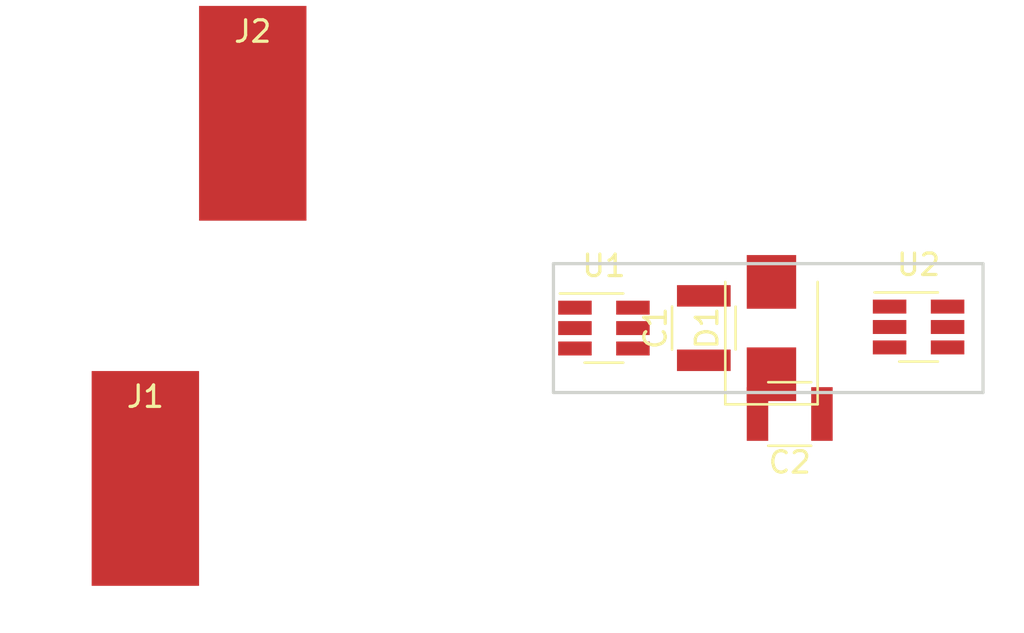
<source format=kicad_pcb>
(kicad_pcb (version 20171130) (host pcbnew "(5.0.0)")

  (general
    (thickness 1.6)
    (drawings 4)
    (tracks 0)
    (zones 0)
    (modules 7)
    (nets 9)
  )

  (page A4)
  (layers
    (0 F.Cu signal)
    (31 B.Cu signal)
    (32 B.Adhes user)
    (33 F.Adhes user)
    (34 B.Paste user)
    (35 F.Paste user)
    (36 B.SilkS user)
    (37 F.SilkS user)
    (38 B.Mask user)
    (39 F.Mask user)
    (40 Dwgs.User user)
    (41 Cmts.User user)
    (42 Eco1.User user)
    (43 Eco2.User user)
    (44 Edge.Cuts user)
    (45 Margin user)
    (46 B.CrtYd user)
    (47 F.CrtYd user)
    (48 B.Fab user)
    (49 F.Fab user)
  )

  (setup
    (last_trace_width 0.25)
    (trace_clearance 0.2)
    (zone_clearance 0.508)
    (zone_45_only no)
    (trace_min 0.2)
    (segment_width 0.2)
    (edge_width 0.15)
    (via_size 0.8)
    (via_drill 0.4)
    (via_min_size 0.4)
    (via_min_drill 0.3)
    (uvia_size 0.3)
    (uvia_drill 0.1)
    (uvias_allowed no)
    (uvia_min_size 0.2)
    (uvia_min_drill 0.1)
    (pcb_text_width 0.3)
    (pcb_text_size 1.5 1.5)
    (mod_edge_width 0.15)
    (mod_text_size 1 1)
    (mod_text_width 0.15)
    (pad_size 1.524 1.524)
    (pad_drill 0.762)
    (pad_to_mask_clearance 0.2)
    (aux_axis_origin 0 0)
    (visible_elements 7FFFFFFF)
    (pcbplotparams
      (layerselection 0x010fc_ffffffff)
      (usegerberextensions false)
      (usegerberattributes false)
      (usegerberadvancedattributes false)
      (creategerberjobfile false)
      (excludeedgelayer true)
      (linewidth 0.100000)
      (plotframeref false)
      (viasonmask false)
      (mode 1)
      (useauxorigin false)
      (hpglpennumber 1)
      (hpglpenspeed 20)
      (hpglpendiameter 15.000000)
      (psnegative false)
      (psa4output false)
      (plotreference true)
      (plotvalue true)
      (plotinvisibletext false)
      (padsonsilk false)
      (subtractmaskfromsilk false)
      (outputformat 1)
      (mirror false)
      (drillshape 1)
      (scaleselection 1)
      (outputdirectory ""))
  )

  (net 0 "")
  (net 1 /GND_High_Side)
  (net 2 /15V_High_Side)
  (net 3 +15V)
  (net 4 GND)
  (net 5 /High_Side_Input)
  (net 6 /Low_Side_Input)
  (net 7 /High_Side_MOSFET_Gate)
  (net 8 /Low_Side_MOSFET_Gate)

  (net_class Default "Ceci est la Netclass par défaut."
    (clearance 0.2)
    (trace_width 0.25)
    (via_dia 0.8)
    (via_drill 0.4)
    (uvia_dia 0.3)
    (uvia_drill 0.1)
    (add_net +15V)
    (add_net /15V_High_Side)
    (add_net /GND_High_Side)
    (add_net /High_Side_Input)
    (add_net /High_Side_MOSFET_Gate)
    (add_net /Low_Side_Input)
    (add_net /Low_Side_MOSFET_Gate)
    (add_net GND)
  )

  (module Capacitors_SMD:C_1210 (layer F.Cu) (tedit 58AA84E2) (tstamp 5B5B26E4)
    (at 142 90 90)
    (descr "Capacitor SMD 1210, reflow soldering, AVX (see smccp.pdf)")
    (tags "capacitor 1210")
    (path /5B5B1C37)
    (attr smd)
    (fp_text reference C1 (at 0 -2.25 90) (layer F.SilkS)
      (effects (font (size 1 1) (thickness 0.15)))
    )
    (fp_text value C (at 0 2.5 90) (layer F.Fab)
      (effects (font (size 1 1) (thickness 0.15)))
    )
    (fp_line (start 2.25 1.5) (end -2.25 1.5) (layer F.CrtYd) (width 0.05))
    (fp_line (start 2.25 1.5) (end 2.25 -1.5) (layer F.CrtYd) (width 0.05))
    (fp_line (start -2.25 -1.5) (end -2.25 1.5) (layer F.CrtYd) (width 0.05))
    (fp_line (start -2.25 -1.5) (end 2.25 -1.5) (layer F.CrtYd) (width 0.05))
    (fp_line (start -1 1.48) (end 1 1.48) (layer F.SilkS) (width 0.12))
    (fp_line (start 1 -1.48) (end -1 -1.48) (layer F.SilkS) (width 0.12))
    (fp_line (start -1.6 -1.25) (end 1.6 -1.25) (layer F.Fab) (width 0.1))
    (fp_line (start 1.6 -1.25) (end 1.6 1.25) (layer F.Fab) (width 0.1))
    (fp_line (start 1.6 1.25) (end -1.6 1.25) (layer F.Fab) (width 0.1))
    (fp_line (start -1.6 1.25) (end -1.6 -1.25) (layer F.Fab) (width 0.1))
    (fp_text user %R (at 0 -2.25 90) (layer F.Fab)
      (effects (font (size 1 1) (thickness 0.15)))
    )
    (pad 2 smd rect (at 1.5 0 90) (size 1 2.5) (layers F.Cu F.Paste F.Mask)
      (net 1 /GND_High_Side))
    (pad 1 smd rect (at -1.5 0 90) (size 1 2.5) (layers F.Cu F.Paste F.Mask)
      (net 2 /15V_High_Side))
    (model Capacitors_SMD.3dshapes/C_1210.wrl
      (at (xyz 0 0 0))
      (scale (xyz 1 1 1))
      (rotate (xyz 0 0 0))
    )
  )

  (module Capacitors_SMD:C_1210 (layer F.Cu) (tedit 58AA84E2) (tstamp 5B5B26F5)
    (at 146 94 180)
    (descr "Capacitor SMD 1210, reflow soldering, AVX (see smccp.pdf)")
    (tags "capacitor 1210")
    (path /5B5B1CBD)
    (attr smd)
    (fp_text reference C2 (at 0 -2.25 180) (layer F.SilkS)
      (effects (font (size 1 1) (thickness 0.15)))
    )
    (fp_text value C (at 0 2.5 180) (layer F.Fab)
      (effects (font (size 1 1) (thickness 0.15)))
    )
    (fp_text user %R (at 0 -2.25 180) (layer F.Fab)
      (effects (font (size 1 1) (thickness 0.15)))
    )
    (fp_line (start -1.6 1.25) (end -1.6 -1.25) (layer F.Fab) (width 0.1))
    (fp_line (start 1.6 1.25) (end -1.6 1.25) (layer F.Fab) (width 0.1))
    (fp_line (start 1.6 -1.25) (end 1.6 1.25) (layer F.Fab) (width 0.1))
    (fp_line (start -1.6 -1.25) (end 1.6 -1.25) (layer F.Fab) (width 0.1))
    (fp_line (start 1 -1.48) (end -1 -1.48) (layer F.SilkS) (width 0.12))
    (fp_line (start -1 1.48) (end 1 1.48) (layer F.SilkS) (width 0.12))
    (fp_line (start -2.25 -1.5) (end 2.25 -1.5) (layer F.CrtYd) (width 0.05))
    (fp_line (start -2.25 -1.5) (end -2.25 1.5) (layer F.CrtYd) (width 0.05))
    (fp_line (start 2.25 1.5) (end 2.25 -1.5) (layer F.CrtYd) (width 0.05))
    (fp_line (start 2.25 1.5) (end -2.25 1.5) (layer F.CrtYd) (width 0.05))
    (pad 1 smd rect (at -1.5 0 180) (size 1 2.5) (layers F.Cu F.Paste F.Mask)
      (net 3 +15V))
    (pad 2 smd rect (at 1.5 0 180) (size 1 2.5) (layers F.Cu F.Paste F.Mask)
      (net 4 GND))
    (model Capacitors_SMD.3dshapes/C_1210.wrl
      (at (xyz 0 0 0))
      (scale (xyz 1 1 1))
      (rotate (xyz 0 0 0))
    )
  )

  (module Diodes_SMD:D_SMB (layer F.Cu) (tedit 58645DF3) (tstamp 5B5B270D)
    (at 145.15 90 90)
    (descr "Diode SMB (DO-214AA)")
    (tags "Diode SMB (DO-214AA)")
    (path /5B5B1EBD)
    (attr smd)
    (fp_text reference D1 (at 0 -3 90) (layer F.SilkS)
      (effects (font (size 1 1) (thickness 0.15)))
    )
    (fp_text value D (at 0 3.1 90) (layer F.Fab)
      (effects (font (size 1 1) (thickness 0.15)))
    )
    (fp_line (start -3.55 -2.15) (end 2.15 -2.15) (layer F.SilkS) (width 0.12))
    (fp_line (start -3.55 2.15) (end 2.15 2.15) (layer F.SilkS) (width 0.12))
    (fp_line (start -0.64944 0.00102) (end 0.50118 -0.79908) (layer F.Fab) (width 0.1))
    (fp_line (start -0.64944 0.00102) (end 0.50118 0.75032) (layer F.Fab) (width 0.1))
    (fp_line (start 0.50118 0.75032) (end 0.50118 -0.79908) (layer F.Fab) (width 0.1))
    (fp_line (start -0.64944 -0.79908) (end -0.64944 0.80112) (layer F.Fab) (width 0.1))
    (fp_line (start 0.50118 0.00102) (end 1.4994 0.00102) (layer F.Fab) (width 0.1))
    (fp_line (start -0.64944 0.00102) (end -1.55114 0.00102) (layer F.Fab) (width 0.1))
    (fp_line (start -3.65 2.25) (end -3.65 -2.25) (layer F.CrtYd) (width 0.05))
    (fp_line (start 3.65 2.25) (end -3.65 2.25) (layer F.CrtYd) (width 0.05))
    (fp_line (start 3.65 -2.25) (end 3.65 2.25) (layer F.CrtYd) (width 0.05))
    (fp_line (start -3.65 -2.25) (end 3.65 -2.25) (layer F.CrtYd) (width 0.05))
    (fp_line (start 2.3 -2) (end -2.3 -2) (layer F.Fab) (width 0.1))
    (fp_line (start 2.3 -2) (end 2.3 2) (layer F.Fab) (width 0.1))
    (fp_line (start -2.3 2) (end -2.3 -2) (layer F.Fab) (width 0.1))
    (fp_line (start 2.3 2) (end -2.3 2) (layer F.Fab) (width 0.1))
    (fp_line (start -3.55 -2.15) (end -3.55 2.15) (layer F.SilkS) (width 0.12))
    (fp_text user %R (at 0 -3 90) (layer F.Fab)
      (effects (font (size 1 1) (thickness 0.15)))
    )
    (pad 2 smd rect (at 2.15 0 90) (size 2.5 2.3) (layers F.Cu F.Paste F.Mask)
      (net 3 +15V))
    (pad 1 smd rect (at -2.15 0 90) (size 2.5 2.3) (layers F.Cu F.Paste F.Mask)
      (net 1 /GND_High_Side))
    (model ${KISYS3DMOD}/Diodes_SMD.3dshapes/D_SMB.wrl
      (at (xyz 0 0 0))
      (scale (xyz 1 1 1))
      (rotate (xyz 0 0 0))
    )
  )

  (module Wire_Pads:SolderWirePad_single_SMD_5x10mm (layer F.Cu) (tedit 5640A485) (tstamp 5B5B2716)
    (at 116 97)
    (descr "Wire Pad, Square, SMD Pad,  5mm x 10mm,")
    (tags "MesurementPoint Square SMDPad 5mmx10mm ")
    (path /5B5B5458)
    (attr smd)
    (fp_text reference J1 (at 0 -3.81) (layer F.SilkS)
      (effects (font (size 1 1) (thickness 0.15)))
    )
    (fp_text value Conn_01x01_Male (at 0 6.35) (layer F.Fab)
      (effects (font (size 1 1) (thickness 0.15)))
    )
    (fp_line (start -2.75 -5.25) (end -2.75 5.25) (layer F.CrtYd) (width 0.05))
    (fp_line (start -2.75 5.25) (end 2.75 5.25) (layer F.CrtYd) (width 0.05))
    (fp_line (start 2.75 5.25) (end 2.75 -5.25) (layer F.CrtYd) (width 0.05))
    (fp_line (start 2.75 -5.25) (end -2.75 -5.25) (layer F.CrtYd) (width 0.05))
    (pad 1 smd rect (at 0 0) (size 5 10) (layers F.Cu F.Paste F.Mask)
      (net 5 /High_Side_Input))
  )

  (module Wire_Pads:SolderWirePad_single_SMD_5x10mm (layer F.Cu) (tedit 5640A485) (tstamp 5B5B271F)
    (at 121 80)
    (descr "Wire Pad, Square, SMD Pad,  5mm x 10mm,")
    (tags "MesurementPoint Square SMDPad 5mmx10mm ")
    (path /5B5B54C0)
    (attr smd)
    (fp_text reference J2 (at 0 -3.81) (layer F.SilkS)
      (effects (font (size 1 1) (thickness 0.15)))
    )
    (fp_text value Conn_01x01_Male (at 0 6.35) (layer F.Fab)
      (effects (font (size 1 1) (thickness 0.15)))
    )
    (fp_line (start 2.75 -5.25) (end -2.75 -5.25) (layer F.CrtYd) (width 0.05))
    (fp_line (start 2.75 5.25) (end 2.75 -5.25) (layer F.CrtYd) (width 0.05))
    (fp_line (start -2.75 5.25) (end 2.75 5.25) (layer F.CrtYd) (width 0.05))
    (fp_line (start -2.75 -5.25) (end -2.75 5.25) (layer F.CrtYd) (width 0.05))
    (pad 1 smd rect (at 0 0) (size 5 10) (layers F.Cu F.Paste F.Mask)
      (net 6 /Low_Side_Input))
  )

  (module TO_SOT_Packages_SMD:SOT-23-6_Handsoldering (layer F.Cu) (tedit 58CE4E7E) (tstamp 5B5B2735)
    (at 137.35 90)
    (descr "6-pin SOT-23 package, Handsoldering")
    (tags "SOT-23-6 Handsoldering")
    (path /5B5B1A0B)
    (attr smd)
    (fp_text reference U1 (at 0 -2.9) (layer F.SilkS)
      (effects (font (size 1 1) (thickness 0.15)))
    )
    (fp_text value ZXGD3003E6 (at 0 2.9) (layer F.Fab)
      (effects (font (size 1 1) (thickness 0.15)))
    )
    (fp_line (start 0.9 -1.55) (end 0.9 1.55) (layer F.Fab) (width 0.1))
    (fp_line (start 0.9 1.55) (end -0.9 1.55) (layer F.Fab) (width 0.1))
    (fp_line (start -0.9 -0.9) (end -0.9 1.55) (layer F.Fab) (width 0.1))
    (fp_line (start 0.9 -1.55) (end -0.25 -1.55) (layer F.Fab) (width 0.1))
    (fp_line (start -0.9 -0.9) (end -0.25 -1.55) (layer F.Fab) (width 0.1))
    (fp_line (start -2.4 -1.8) (end 2.4 -1.8) (layer F.CrtYd) (width 0.05))
    (fp_line (start 2.4 -1.8) (end 2.4 1.8) (layer F.CrtYd) (width 0.05))
    (fp_line (start 2.4 1.8) (end -2.4 1.8) (layer F.CrtYd) (width 0.05))
    (fp_line (start -2.4 1.8) (end -2.4 -1.8) (layer F.CrtYd) (width 0.05))
    (fp_line (start 0.9 -1.61) (end -2.05 -1.61) (layer F.SilkS) (width 0.12))
    (fp_line (start -0.9 1.61) (end 0.9 1.61) (layer F.SilkS) (width 0.12))
    (fp_text user %R (at 0 0 90) (layer F.Fab)
      (effects (font (size 0.5 0.5) (thickness 0.075)))
    )
    (pad 5 smd rect (at 1.35 0) (size 1.56 0.65) (layers F.Cu F.Paste F.Mask)
      (net 5 /High_Side_Input))
    (pad 6 smd rect (at 1.35 -0.95) (size 1.56 0.65) (layers F.Cu F.Paste F.Mask)
      (net 7 /High_Side_MOSFET_Gate))
    (pad 4 smd rect (at 1.35 0.95) (size 1.56 0.65) (layers F.Cu F.Paste F.Mask)
      (net 7 /High_Side_MOSFET_Gate))
    (pad 3 smd rect (at -1.35 0.95) (size 1.56 0.65) (layers F.Cu F.Paste F.Mask)
      (net 2 /15V_High_Side))
    (pad 2 smd rect (at -1.35 0) (size 1.56 0.65) (layers F.Cu F.Paste F.Mask)
      (net 5 /High_Side_Input))
    (pad 1 smd rect (at -1.35 -0.95) (size 1.56 0.65) (layers F.Cu F.Paste F.Mask)
      (net 1 /GND_High_Side))
    (model ${KISYS3DMOD}/TO_SOT_Packages_SMD.3dshapes/SOT-23-6.wrl
      (at (xyz 0 0 0))
      (scale (xyz 1 1 1))
      (rotate (xyz 0 0 0))
    )
  )

  (module TO_SOT_Packages_SMD:SOT-23-6_Handsoldering (layer F.Cu) (tedit 58CE4E7E) (tstamp 5B5B274B)
    (at 152 89.95)
    (descr "6-pin SOT-23 package, Handsoldering")
    (tags "SOT-23-6 Handsoldering")
    (path /5B5B1A63)
    (attr smd)
    (fp_text reference U2 (at 0 -2.9) (layer F.SilkS)
      (effects (font (size 1 1) (thickness 0.15)))
    )
    (fp_text value ZXGD3003E6 (at 0 2.9) (layer F.Fab)
      (effects (font (size 1 1) (thickness 0.15)))
    )
    (fp_text user %R (at 0 0 90) (layer F.Fab)
      (effects (font (size 0.5 0.5) (thickness 0.075)))
    )
    (fp_line (start -0.9 1.61) (end 0.9 1.61) (layer F.SilkS) (width 0.12))
    (fp_line (start 0.9 -1.61) (end -2.05 -1.61) (layer F.SilkS) (width 0.12))
    (fp_line (start -2.4 1.8) (end -2.4 -1.8) (layer F.CrtYd) (width 0.05))
    (fp_line (start 2.4 1.8) (end -2.4 1.8) (layer F.CrtYd) (width 0.05))
    (fp_line (start 2.4 -1.8) (end 2.4 1.8) (layer F.CrtYd) (width 0.05))
    (fp_line (start -2.4 -1.8) (end 2.4 -1.8) (layer F.CrtYd) (width 0.05))
    (fp_line (start -0.9 -0.9) (end -0.25 -1.55) (layer F.Fab) (width 0.1))
    (fp_line (start 0.9 -1.55) (end -0.25 -1.55) (layer F.Fab) (width 0.1))
    (fp_line (start -0.9 -0.9) (end -0.9 1.55) (layer F.Fab) (width 0.1))
    (fp_line (start 0.9 1.55) (end -0.9 1.55) (layer F.Fab) (width 0.1))
    (fp_line (start 0.9 -1.55) (end 0.9 1.55) (layer F.Fab) (width 0.1))
    (pad 1 smd rect (at -1.35 -0.95) (size 1.56 0.65) (layers F.Cu F.Paste F.Mask)
      (net 3 +15V))
    (pad 2 smd rect (at -1.35 0) (size 1.56 0.65) (layers F.Cu F.Paste F.Mask)
      (net 6 /Low_Side_Input))
    (pad 3 smd rect (at -1.35 0.95) (size 1.56 0.65) (layers F.Cu F.Paste F.Mask)
      (net 4 GND))
    (pad 4 smd rect (at 1.35 0.95) (size 1.56 0.65) (layers F.Cu F.Paste F.Mask)
      (net 8 /Low_Side_MOSFET_Gate))
    (pad 6 smd rect (at 1.35 -0.95) (size 1.56 0.65) (layers F.Cu F.Paste F.Mask)
      (net 8 /Low_Side_MOSFET_Gate))
    (pad 5 smd rect (at 1.35 0) (size 1.56 0.65) (layers F.Cu F.Paste F.Mask)
      (net 6 /Low_Side_Input))
    (model ${KISYS3DMOD}/TO_SOT_Packages_SMD.3dshapes/SOT-23-6.wrl
      (at (xyz 0 0 0))
      (scale (xyz 1 1 1))
      (rotate (xyz 0 0 0))
    )
  )

  (gr_line (start 135 93) (end 135 87) (layer Edge.Cuts) (width 0.15))
  (gr_line (start 155 93) (end 135 93) (layer Edge.Cuts) (width 0.15))
  (gr_line (start 155 87) (end 155 93) (layer Edge.Cuts) (width 0.15))
  (gr_line (start 135 87) (end 155 87) (layer Edge.Cuts) (width 0.15))

)

</source>
